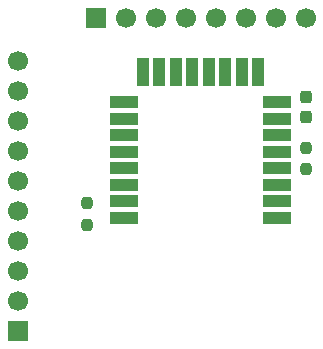
<source format=gbr>
%TF.GenerationSoftware,KiCad,Pcbnew,9.0.3*%
%TF.CreationDate,2025-09-19T00:55:14-04:00*%
%TF.ProjectId,UWB,5557422e-6b69-4636-9164-5f7063625858,rev?*%
%TF.SameCoordinates,Original*%
%TF.FileFunction,Soldermask,Top*%
%TF.FilePolarity,Negative*%
%FSLAX46Y46*%
G04 Gerber Fmt 4.6, Leading zero omitted, Abs format (unit mm)*
G04 Created by KiCad (PCBNEW 9.0.3) date 2025-09-19 00:55:14*
%MOMM*%
%LPD*%
G01*
G04 APERTURE LIST*
G04 Aperture macros list*
%AMRoundRect*
0 Rectangle with rounded corners*
0 $1 Rounding radius*
0 $2 $3 $4 $5 $6 $7 $8 $9 X,Y pos of 4 corners*
0 Add a 4 corners polygon primitive as box body*
4,1,4,$2,$3,$4,$5,$6,$7,$8,$9,$2,$3,0*
0 Add four circle primitives for the rounded corners*
1,1,$1+$1,$2,$3*
1,1,$1+$1,$4,$5*
1,1,$1+$1,$6,$7*
1,1,$1+$1,$8,$9*
0 Add four rect primitives between the rounded corners*
20,1,$1+$1,$2,$3,$4,$5,0*
20,1,$1+$1,$4,$5,$6,$7,0*
20,1,$1+$1,$6,$7,$8,$9,0*
20,1,$1+$1,$8,$9,$2,$3,0*%
G04 Aperture macros list end*
%ADD10RoundRect,0.237500X-0.237500X0.250000X-0.237500X-0.250000X0.237500X-0.250000X0.237500X0.250000X0*%
%ADD11R,1.700000X1.700000*%
%ADD12C,1.700000*%
%ADD13RoundRect,0.237500X0.237500X-0.250000X0.237500X0.250000X-0.237500X0.250000X-0.237500X-0.250000X0*%
%ADD14RoundRect,0.237500X0.237500X-0.300000X0.237500X0.300000X-0.237500X0.300000X-0.237500X-0.300000X0*%
%ADD15R,2.400000X1.000000*%
%ADD16R,1.000000X2.400000*%
G04 APERTURE END LIST*
D10*
%TO.C,R1*%
X8900000Y-6687500D03*
X8900000Y-8512500D03*
%TD*%
D11*
%TO.C,J1*%
X-8890000Y4300000D03*
D12*
X-6350000Y4300000D03*
X-3810000Y4300000D03*
X-1270000Y4300000D03*
X1270000Y4300000D03*
X3810000Y4300000D03*
X6350000Y4300000D03*
X8890000Y4300000D03*
%TD*%
D13*
%TO.C,R2*%
X-9600000Y-13212500D03*
X-9600000Y-11387500D03*
%TD*%
D11*
%TO.C,J2*%
X-15480000Y-22160000D03*
D12*
X-15480000Y-19620000D03*
X-15480000Y-17080000D03*
X-15480000Y-14540000D03*
X-15480000Y-12000000D03*
X-15480000Y-9460000D03*
X-15480000Y-6920000D03*
X-15480000Y-4380000D03*
X-15480000Y-1840000D03*
X-15480000Y700000D03*
%TD*%
D14*
%TO.C,C1*%
X8931250Y-4062500D03*
X8931250Y-2337500D03*
%TD*%
D15*
%TO.C,U1*%
X6500000Y-12600000D03*
X6500000Y-11200000D03*
X6500000Y-9800000D03*
X6500000Y-8400000D03*
X6500000Y-7000000D03*
X6500000Y-5600000D03*
X6500000Y-4200000D03*
X6500000Y-2800000D03*
D16*
X4900000Y-250000D03*
X3500000Y-250000D03*
X2100000Y-250000D03*
X700000Y-250000D03*
X-700000Y-250000D03*
X-2100000Y-250000D03*
X-3500000Y-250000D03*
X-4900000Y-250000D03*
D15*
X-6500000Y-2800000D03*
X-6500000Y-4200000D03*
X-6500000Y-5600000D03*
X-6500000Y-7000000D03*
X-6500000Y-8400000D03*
X-6500000Y-9800000D03*
X-6500000Y-11200000D03*
X-6500000Y-12600000D03*
%TD*%
M02*

</source>
